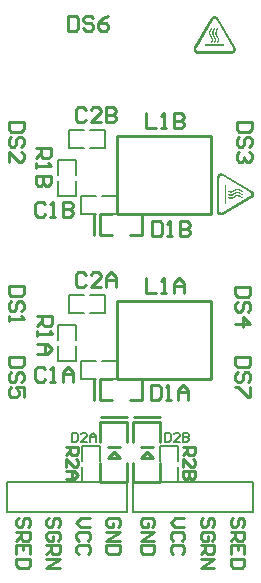
<source format=gto>
G04*
G04 #@! TF.GenerationSoftware,Altium Limited,Altium Designer,20.1.14 (287)*
G04*
G04 Layer_Color=65535*
%FSLAX25Y25*%
%MOIN*%
G70*
G04*
G04 #@! TF.SameCoordinates,21C75208-3808-4449-9246-B6B9823AEBA8*
G04*
G04*
G04 #@! TF.FilePolarity,Positive*
G04*
G01*
G75*
%ADD10C,0.00787*%
%ADD11C,0.00800*%
%ADD12C,0.01000*%
G36*
X288305Y302811D02*
X288435Y302773D01*
X288583Y302736D01*
X288750Y302662D01*
X288898Y302570D01*
X289064Y302440D01*
X289083Y302422D01*
X289120Y302385D01*
X289212Y302292D01*
X289231Y302274D01*
X289249Y302237D01*
X289323Y302126D01*
X294914Y292445D01*
X294932Y292426D01*
X294951Y292371D01*
X294988Y292260D01*
X295043Y292130D01*
X295080Y291982D01*
X295099Y291797D01*
Y291612D01*
X295080Y291408D01*
Y291390D01*
X295062Y291353D01*
X295043Y291279D01*
X295024Y291205D01*
Y291186D01*
X295006Y291149D01*
X294969Y291094D01*
X294932Y291001D01*
X294914D01*
X294895Y290983D01*
X294858Y290927D01*
X294802Y290835D01*
X294710Y290742D01*
X294599Y290631D01*
X294469Y290520D01*
X294303Y290427D01*
X294118Y290353D01*
X294099D01*
X294043Y290335D01*
X293969Y290316D01*
X293895D01*
X293877Y290298D01*
X293803D01*
X293710Y290279D01*
X282438D01*
X282327Y290298D01*
X282197Y290335D01*
X282031Y290372D01*
X281864Y290446D01*
X281697Y290538D01*
X281531Y290668D01*
X281512Y290686D01*
X281475Y290723D01*
X281383Y290816D01*
X281364Y290835D01*
X281346Y290872D01*
X281272Y291001D01*
X281253Y291020D01*
X281235Y291075D01*
X281198Y291168D01*
X281142Y291297D01*
X281105Y291445D01*
X281086Y291612D01*
Y291797D01*
X281105Y292001D01*
Y292019D01*
X281123Y292075D01*
X281142Y292149D01*
X281161Y292204D01*
Y292223D01*
X281179Y292260D01*
X281216Y292315D01*
X281253Y292389D01*
Y292408D01*
Y292426D01*
X281272D01*
X286843Y302089D01*
Y302107D01*
X286880Y302144D01*
X286954Y302255D01*
X287102Y302422D01*
X287269Y302570D01*
X287306Y302588D01*
X287380Y302625D01*
X287398Y302644D01*
X287435Y302662D01*
X287509Y302699D01*
X287583Y302736D01*
X287695Y302773D01*
X287824Y302792D01*
X287954Y302829D01*
X288194D01*
X288305Y302811D01*
D02*
G37*
G36*
X290501Y250395D02*
X290519D01*
X290575Y250376D01*
X290649Y250358D01*
X290704Y250339D01*
X290723D01*
X290760Y250321D01*
X290815Y250284D01*
X290889Y250247D01*
X290908D01*
X290927D01*
Y250228D01*
X300589Y244657D01*
X300607D01*
X300644Y244620D01*
X300755Y244546D01*
X300922Y244398D01*
X301070Y244231D01*
X301088Y244194D01*
X301126Y244120D01*
X301144Y244102D01*
X301163Y244064D01*
X301200Y243990D01*
X301237Y243916D01*
X301273Y243805D01*
X301292Y243676D01*
X301329Y243546D01*
Y243306D01*
X301311Y243195D01*
X301273Y243065D01*
X301237Y242917D01*
X301163Y242750D01*
X301070Y242602D01*
X300940Y242436D01*
X300922Y242417D01*
X300885Y242380D01*
X300792Y242287D01*
X300774Y242269D01*
X300737Y242250D01*
X300626Y242177D01*
X290945Y236586D01*
X290927Y236568D01*
X290871Y236549D01*
X290760Y236512D01*
X290630Y236457D01*
X290482Y236420D01*
X290297Y236401D01*
X290112D01*
X289908Y236420D01*
X289890D01*
X289853Y236438D01*
X289779Y236457D01*
X289705Y236475D01*
X289686D01*
X289649Y236494D01*
X289594Y236531D01*
X289501Y236568D01*
Y236586D01*
X289483Y236605D01*
X289427Y236642D01*
X289335Y236698D01*
X289242Y236790D01*
X289131Y236901D01*
X289020Y237031D01*
X288927Y237197D01*
X288853Y237382D01*
Y237401D01*
X288835Y237456D01*
X288816Y237530D01*
Y237604D01*
X288798Y237623D01*
Y237697D01*
X288779Y237790D01*
Y249062D01*
X288798Y249173D01*
X288835Y249303D01*
X288872Y249469D01*
X288946Y249636D01*
X289038Y249803D01*
X289168Y249969D01*
X289187Y249988D01*
X289224Y250025D01*
X289316Y250117D01*
X289335Y250136D01*
X289372Y250154D01*
X289501Y250228D01*
X289520Y250247D01*
X289575Y250265D01*
X289668Y250302D01*
X289797Y250358D01*
X289945Y250395D01*
X290112Y250413D01*
X290297D01*
X290501Y250395D01*
D02*
G37*
%LPC*%
G36*
X288102Y301885D02*
X288065D01*
X287972Y301867D01*
X287843Y301848D01*
X287695Y301774D01*
X287676Y301755D01*
X287658Y301737D01*
X287639D01*
X287621Y301718D01*
X287565Y301663D01*
X287491Y301589D01*
X287417Y301478D01*
X282105Y292297D01*
Y292278D01*
Y292260D01*
X282086Y292241D01*
X282067Y292167D01*
X282049Y292149D01*
X282031Y292056D01*
Y292038D01*
Y292001D01*
X282012Y291945D01*
Y291871D01*
X282031Y291705D01*
X282105Y291519D01*
X282123D01*
X282142Y291482D01*
X282179Y291427D01*
X282197Y291408D01*
X282253Y291334D01*
X282271D01*
X282290Y291297D01*
X282401Y291242D01*
X282567Y291168D01*
X282678Y291149D01*
X282789Y291131D01*
X293414D01*
Y291149D01*
X293544D01*
X293581Y291168D01*
X293655D01*
X293692Y291186D01*
X293803Y291242D01*
X293933Y291353D01*
X294080Y291519D01*
X294099Y291556D01*
X294136Y291631D01*
X294155Y291760D01*
X294173Y291908D01*
Y291927D01*
Y291982D01*
Y292019D01*
X294155Y292093D01*
X294118Y292186D01*
X294062Y292297D01*
Y292315D01*
X288768Y301496D01*
X288750D01*
X288731Y301515D01*
X288694Y301589D01*
Y301607D01*
X288657Y301626D01*
X288620Y301663D01*
X288602Y301681D01*
X288583Y301700D01*
X288472Y301774D01*
X288305Y301830D01*
X288213Y301867D01*
X288102D01*
Y301885D01*
D02*
G37*
%LPD*%
G36*
X289323Y298831D02*
X289472Y298646D01*
X289453Y298627D01*
X289398Y298590D01*
X289323Y298535D01*
X289231Y298442D01*
X289212Y298424D01*
X289175Y298368D01*
X289101Y298276D01*
X289027Y298165D01*
X289009Y298128D01*
X288953Y298016D01*
X288879Y297850D01*
X288805Y297646D01*
X288750Y297387D01*
X288731Y297110D01*
X288787Y296795D01*
X288824Y296647D01*
X288898Y296480D01*
X288916Y296462D01*
X288953Y296388D01*
X289027Y296276D01*
X289138Y296110D01*
X289157Y296073D01*
X289231Y295980D01*
X289305Y295851D01*
X289398Y295703D01*
X289416Y295666D01*
X289472Y295555D01*
X289509Y295388D01*
X289546Y295147D01*
Y295129D01*
Y295092D01*
Y294962D01*
Y294944D01*
Y294888D01*
Y294814D01*
X289527Y294759D01*
Y294722D01*
X289509Y294648D01*
X289472Y294518D01*
X289435Y294370D01*
X289360Y294222D01*
X289268Y294074D01*
X289157Y293963D01*
X289009Y293889D01*
X288879Y294277D01*
X288916Y294296D01*
X288935Y294314D01*
X288972Y294370D01*
X289009Y294426D01*
X289064Y294537D01*
X289101Y294648D01*
X289138Y294814D01*
Y294833D01*
Y294870D01*
Y294925D01*
Y294962D01*
Y294981D01*
Y295018D01*
Y295073D01*
Y295110D01*
Y295129D01*
X289120Y295166D01*
Y295240D01*
X289083Y295333D01*
X289046Y295444D01*
X288990Y295573D01*
X288898Y295703D01*
X288805Y295851D01*
Y295869D01*
X288768Y295888D01*
X288694Y295999D01*
X288602Y296147D01*
X288527Y296295D01*
X288509Y296314D01*
X288491Y296388D01*
X288435Y296499D01*
X288398Y296647D01*
X288361Y296813D01*
X288324Y296998D01*
X288305Y297202D01*
X288324Y297406D01*
Y297424D01*
X288342Y297498D01*
X288361Y297609D01*
X288398Y297739D01*
X288454Y297887D01*
X288509Y298054D01*
X288602Y298239D01*
X288694Y298405D01*
X288713Y298442D01*
X288768Y298516D01*
X288842Y298609D01*
X288935Y298720D01*
X288953Y298738D01*
X289027Y298794D01*
X289120Y298886D01*
X289231Y298979D01*
X289323Y298831D01*
D02*
G37*
G36*
X288305D02*
X288435Y298646D01*
X288417Y298627D01*
X288361Y298590D01*
X288287Y298516D01*
X288194Y298442D01*
X288176Y298424D01*
X288139Y298368D01*
X288083Y298276D01*
X288009Y298165D01*
X287991Y298128D01*
X287935Y298016D01*
X287861Y297850D01*
X287787Y297646D01*
X287732Y297387D01*
X287713Y297110D01*
X287769Y296795D01*
X287806Y296647D01*
X287880Y296480D01*
X287898Y296462D01*
X287935Y296388D01*
X288009Y296258D01*
X288120Y296110D01*
X288139Y296073D01*
X288194Y295980D01*
X288268Y295851D01*
X288361Y295703D01*
X288380Y295666D01*
X288435Y295555D01*
X288491Y295388D01*
X288527Y295147D01*
Y295129D01*
Y295110D01*
Y295055D01*
Y294962D01*
Y294944D01*
Y294888D01*
X288509Y294814D01*
Y294759D01*
Y294722D01*
X288491Y294648D01*
X288454Y294518D01*
X288398Y294370D01*
X288324Y294222D01*
X288231Y294074D01*
X288120Y293963D01*
X287972Y293889D01*
X287843Y294277D01*
X287880Y294296D01*
X287898Y294314D01*
X287954Y294370D01*
X287991Y294426D01*
X288028Y294537D01*
X288065Y294648D01*
X288102Y294814D01*
Y294833D01*
Y294870D01*
Y294962D01*
Y294981D01*
Y295018D01*
Y295110D01*
Y295129D01*
Y295166D01*
X288083Y295240D01*
X288065Y295333D01*
X288009Y295444D01*
X287954Y295573D01*
X287880Y295703D01*
X287787Y295851D01*
Y295869D01*
X287750Y295906D01*
X287676Y296017D01*
X287583Y296165D01*
X287509Y296295D01*
X287491Y296314D01*
X287473Y296388D01*
X287417Y296499D01*
X287380Y296647D01*
X287324Y296813D01*
X287287Y296998D01*
X287269Y297202D01*
X287287Y297406D01*
Y297424D01*
X287306Y297498D01*
X287324Y297609D01*
X287361Y297739D01*
X287417Y297887D01*
X287491Y298054D01*
X287658Y298405D01*
X287676Y298442D01*
X287732Y298516D01*
X287806Y298609D01*
X287898Y298720D01*
X287917Y298738D01*
X287991Y298812D01*
X288083Y298886D01*
X288194Y298979D01*
X288305Y298831D01*
D02*
G37*
G36*
X287269D02*
X287417Y298646D01*
X287398D01*
X287380Y298627D01*
X287324Y298590D01*
X287250Y298516D01*
X287176Y298442D01*
X287158Y298424D01*
X287102Y298368D01*
X287047Y298276D01*
X286973Y298165D01*
X286954Y298128D01*
X286899Y298016D01*
X286825Y297850D01*
X286751Y297646D01*
X286695Y297387D01*
X286677Y297110D01*
X286732Y296795D01*
X286769Y296647D01*
X286843Y296480D01*
X286862Y296462D01*
X286899Y296388D01*
X286973Y296276D01*
X287084Y296110D01*
X287102Y296073D01*
X287158Y295980D01*
X287232Y295851D01*
X287324Y295703D01*
X287343Y295666D01*
X287398Y295555D01*
X287454Y295388D01*
X287491Y295147D01*
Y295129D01*
Y295073D01*
Y295018D01*
Y294962D01*
Y294944D01*
Y294888D01*
Y294814D01*
X287473Y294759D01*
Y294722D01*
X287454Y294648D01*
X287417Y294518D01*
X287361Y294370D01*
X287287Y294222D01*
X287195Y294074D01*
X287084Y293963D01*
X286936Y293889D01*
X286806Y294277D01*
X286843Y294296D01*
X286862Y294314D01*
X286917Y294370D01*
X286954Y294426D01*
X286991Y294537D01*
X287028Y294648D01*
X287065Y294814D01*
Y294833D01*
X287084Y294870D01*
Y294962D01*
Y294981D01*
Y294999D01*
Y295110D01*
Y295129D01*
X287065Y295166D01*
Y295240D01*
X287028Y295333D01*
X286991Y295444D01*
X286936Y295573D01*
X286843Y295703D01*
X286751Y295851D01*
Y295869D01*
X286714Y295888D01*
X286639Y295999D01*
X286547Y296147D01*
X286473Y296295D01*
X286454Y296314D01*
X286436Y296388D01*
X286380Y296499D01*
X286343Y296647D01*
X286306Y296813D01*
X286269Y296998D01*
X286251Y297202D01*
X286269Y297406D01*
Y297424D01*
X286288Y297498D01*
X286306Y297609D01*
X286343Y297739D01*
X286380Y297887D01*
X286454Y298054D01*
X286528Y298239D01*
X286621Y298405D01*
X286639Y298442D01*
X286695Y298516D01*
X286769Y298609D01*
X286862Y298720D01*
X286899Y298757D01*
X286954Y298812D01*
X287065Y298905D01*
X287158Y298979D01*
X287269Y298831D01*
D02*
G37*
G36*
X291193Y292889D02*
X284992D01*
Y293408D01*
X291193D01*
Y292889D01*
D02*
G37*
%LPC*%
G36*
X290445Y249488D02*
X290371D01*
X290205Y249469D01*
X290019Y249395D01*
Y249377D01*
X289982Y249358D01*
X289927Y249321D01*
X289908Y249303D01*
X289834Y249247D01*
Y249229D01*
X289797Y249210D01*
X289742Y249099D01*
X289668Y248933D01*
X289649Y248822D01*
X289631Y248710D01*
Y238086D01*
X289649D01*
Y237956D01*
X289668Y237919D01*
Y237845D01*
X289686Y237808D01*
X289742Y237697D01*
X289853Y237567D01*
X290019Y237419D01*
X290056Y237401D01*
X290130Y237364D01*
X290260Y237345D01*
X290408Y237327D01*
X290427D01*
X290482D01*
X290519D01*
X290593Y237345D01*
X290686Y237382D01*
X290797Y237438D01*
X290815D01*
X299996Y242732D01*
Y242750D01*
X300015Y242769D01*
X300089Y242806D01*
X300107D01*
X300126Y242843D01*
X300163Y242880D01*
X300181Y242898D01*
X300200Y242917D01*
X300274Y243028D01*
X300329Y243195D01*
X300367Y243287D01*
Y243398D01*
X300385D01*
Y243435D01*
X300367Y243528D01*
X300348Y243657D01*
X300274Y243805D01*
X300255Y243824D01*
X300237Y243842D01*
Y243861D01*
X300219Y243879D01*
X300163Y243935D01*
X300089Y244009D01*
X299978Y244083D01*
X290797Y249395D01*
X290778D01*
X290760D01*
X290741Y249414D01*
X290667Y249432D01*
X290649Y249451D01*
X290556Y249469D01*
X290538D01*
X290501D01*
X290445Y249488D01*
D02*
G37*
%LPD*%
G36*
X295906Y245231D02*
X295924D01*
X295998Y245212D01*
X296109Y245194D01*
X296239Y245157D01*
X296387Y245120D01*
X296553Y245045D01*
X296739Y244971D01*
X296905Y244879D01*
X296942Y244860D01*
X297016Y244805D01*
X297109Y244731D01*
X297220Y244638D01*
X297257Y244601D01*
X297312Y244546D01*
X297405Y244435D01*
X297479Y244342D01*
X297331Y244231D01*
X297146Y244083D01*
Y244102D01*
X297127Y244120D01*
X297090Y244176D01*
X297016Y244250D01*
X296942Y244324D01*
X296924Y244342D01*
X296868Y244398D01*
X296776Y244453D01*
X296665Y244527D01*
X296627Y244546D01*
X296516Y244601D01*
X296350Y244675D01*
X296146Y244749D01*
X295887Y244805D01*
X295609Y244823D01*
X295295Y244768D01*
X295147Y244731D01*
X294980Y244657D01*
X294962Y244638D01*
X294888Y244601D01*
X294777Y244527D01*
X294610Y244416D01*
X294573Y244398D01*
X294480Y244342D01*
X294351Y244268D01*
X294203Y244176D01*
X294166Y244157D01*
X294055Y244102D01*
X293888Y244046D01*
X293647Y244009D01*
X293629D01*
X293573D01*
X293518D01*
X293462D01*
X293444D01*
X293388D01*
X293314D01*
X293259Y244027D01*
X293222D01*
X293148Y244046D01*
X293018Y244083D01*
X292870Y244139D01*
X292722Y244213D01*
X292574Y244305D01*
X292463Y244416D01*
X292389Y244564D01*
X292777Y244694D01*
X292796Y244657D01*
X292814Y244638D01*
X292870Y244583D01*
X292926Y244546D01*
X293037Y244509D01*
X293148Y244472D01*
X293314Y244435D01*
X293333D01*
X293370Y244416D01*
X293462D01*
X293481D01*
X293499D01*
X293610D01*
X293629D01*
X293666Y244435D01*
X293740D01*
X293832Y244472D01*
X293944Y244509D01*
X294073Y244564D01*
X294203Y244657D01*
X294351Y244749D01*
X294369D01*
X294388Y244786D01*
X294499Y244860D01*
X294647Y244953D01*
X294795Y245027D01*
X294813Y245045D01*
X294888Y245064D01*
X294999Y245120D01*
X295147Y245157D01*
X295313Y245194D01*
X295498Y245231D01*
X295702Y245249D01*
X295906Y245231D01*
D02*
G37*
G36*
Y244213D02*
X295924D01*
X295998Y244194D01*
X296109Y244176D01*
X296239Y244139D01*
X296387Y244083D01*
X296553Y244009D01*
X296905Y243842D01*
X296942Y243824D01*
X297016Y243768D01*
X297109Y243694D01*
X297220Y243602D01*
X297238Y243583D01*
X297312Y243509D01*
X297386Y243417D01*
X297479Y243306D01*
X297331Y243195D01*
X297146Y243065D01*
X297127Y243084D01*
X297090Y243139D01*
X297016Y243213D01*
X296942Y243306D01*
X296924Y243324D01*
X296868Y243361D01*
X296776Y243417D01*
X296665Y243491D01*
X296627Y243509D01*
X296516Y243565D01*
X296350Y243639D01*
X296146Y243713D01*
X295887Y243768D01*
X295609Y243787D01*
X295295Y243731D01*
X295147Y243694D01*
X294980Y243620D01*
X294962Y243602D01*
X294888Y243565D01*
X294758Y243491D01*
X294610Y243380D01*
X294573Y243361D01*
X294480Y243306D01*
X294351Y243232D01*
X294203Y243139D01*
X294166Y243121D01*
X294055Y243065D01*
X293888Y243009D01*
X293647Y242972D01*
X293629D01*
X293610D01*
X293555D01*
X293462D01*
X293444D01*
X293388D01*
X293314Y242991D01*
X293259D01*
X293222D01*
X293148Y243009D01*
X293018Y243046D01*
X292870Y243102D01*
X292722Y243176D01*
X292574Y243269D01*
X292463Y243380D01*
X292389Y243528D01*
X292777Y243657D01*
X292796Y243620D01*
X292814Y243602D01*
X292870Y243546D01*
X292926Y243509D01*
X293037Y243472D01*
X293148Y243435D01*
X293314Y243398D01*
X293333D01*
X293370D01*
X293462D01*
X293481D01*
X293518D01*
X293610D01*
X293629D01*
X293666D01*
X293740Y243417D01*
X293832Y243435D01*
X293944Y243491D01*
X294073Y243546D01*
X294203Y243620D01*
X294351Y243713D01*
X294369D01*
X294406Y243750D01*
X294517Y243824D01*
X294666Y243916D01*
X294795Y243990D01*
X294813Y244009D01*
X294888Y244027D01*
X294999Y244083D01*
X295147Y244120D01*
X295313Y244176D01*
X295498Y244213D01*
X295702Y244231D01*
X295906Y244213D01*
D02*
G37*
G36*
Y243176D02*
X295924D01*
X295998Y243158D01*
X296109Y243139D01*
X296239Y243102D01*
X296387Y243046D01*
X296553Y242991D01*
X296739Y242898D01*
X296905Y242806D01*
X296942Y242787D01*
X297016Y242732D01*
X297109Y242658D01*
X297220Y242565D01*
X297238Y242547D01*
X297294Y242473D01*
X297386Y242380D01*
X297479Y242269D01*
X297331Y242177D01*
X297146Y242028D01*
X297127Y242047D01*
X297090Y242102D01*
X297035Y242177D01*
X296942Y242269D01*
X296924Y242287D01*
X296868Y242325D01*
X296776Y242399D01*
X296665Y242473D01*
X296627Y242491D01*
X296516Y242547D01*
X296350Y242621D01*
X296146Y242695D01*
X295887Y242750D01*
X295609Y242769D01*
X295295Y242713D01*
X295147Y242676D01*
X294980Y242602D01*
X294962Y242584D01*
X294888Y242547D01*
X294777Y242473D01*
X294610Y242362D01*
X294573Y242343D01*
X294480Y242269D01*
X294351Y242195D01*
X294203Y242102D01*
X294166Y242084D01*
X294055Y242028D01*
X293888Y241991D01*
X293647Y241954D01*
X293629D01*
X293592D01*
X293462D01*
X293444D01*
X293388D01*
X293314D01*
X293259Y241973D01*
X293222D01*
X293148Y241991D01*
X293018Y242028D01*
X292870Y242065D01*
X292722Y242140D01*
X292574Y242232D01*
X292463Y242343D01*
X292389Y242491D01*
X292777Y242621D01*
X292796Y242584D01*
X292814Y242565D01*
X292870Y242528D01*
X292926Y242491D01*
X293037Y242436D01*
X293148Y242399D01*
X293314Y242362D01*
X293333D01*
X293370D01*
X293425D01*
X293462D01*
X293481D01*
X293518D01*
X293573D01*
X293610D01*
X293629D01*
X293666Y242380D01*
X293740D01*
X293832Y242417D01*
X293944Y242454D01*
X294073Y242510D01*
X294203Y242602D01*
X294351Y242695D01*
X294369D01*
X294388Y242732D01*
X294499Y242806D01*
X294647Y242898D01*
X294795Y242972D01*
X294813Y242991D01*
X294888Y243009D01*
X294999Y243065D01*
X295147Y243102D01*
X295313Y243139D01*
X295498Y243176D01*
X295702Y243195D01*
X295906Y243176D01*
D02*
G37*
G36*
X291908Y240307D02*
X291389D01*
Y246508D01*
X291908D01*
Y240307D01*
D02*
G37*
D10*
X259000Y137500D02*
Y147500D01*
X219000Y137500D02*
X259000D01*
X219000Y147500D02*
X259000D01*
X219000Y137500D02*
Y147500D01*
X261000Y137500D02*
Y147500D01*
X301000D01*
X261000Y137500D02*
X301000D01*
Y147500D01*
D11*
X276000Y154500D02*
Y159500D01*
Y147500D02*
Y152500D01*
X270000Y154500D02*
Y159500D01*
Y147500D02*
Y152500D01*
Y159500D02*
X276000D01*
X270000Y147500D02*
X276000D01*
X244000D02*
X250000D01*
X244000Y159500D02*
X250000D01*
X244000Y147500D02*
Y152500D01*
Y154500D02*
Y159500D01*
X250000Y147500D02*
Y152500D01*
Y154500D02*
Y159500D01*
X243500Y243000D02*
X248500D01*
X250500D02*
X255500D01*
X243500Y237000D02*
X248500D01*
X250500D02*
X255500D01*
X243500D02*
Y243000D01*
X255500Y237000D02*
Y243000D01*
Y182000D02*
Y188000D01*
X243500Y182000D02*
Y188000D01*
X250500Y182000D02*
X255500D01*
X243500D02*
X248500D01*
X250500Y188000D02*
X255500D01*
X243500D02*
X248500D01*
X246500Y204000D02*
X251500D01*
X239500D02*
X244500D01*
X246500Y210000D02*
X251500D01*
X239500D02*
X244500D01*
X251500Y204000D02*
Y210000D01*
X239500Y204000D02*
Y210000D01*
X236000Y188000D02*
X242000D01*
X236000Y200000D02*
X242000D01*
X236000Y188000D02*
Y193000D01*
Y195000D02*
Y200000D01*
X242000Y188000D02*
Y193000D01*
Y195000D02*
Y200000D01*
X246500Y259000D02*
X251500D01*
X239500D02*
X244500D01*
X246500Y265000D02*
X251500D01*
X239500D02*
X244500D01*
X251500Y259000D02*
Y265000D01*
X239500Y259000D02*
Y265000D01*
X242000Y250000D02*
Y255000D01*
Y243000D02*
Y248000D01*
X236000Y250000D02*
Y255000D01*
Y243000D02*
Y248000D01*
Y255000D02*
X242000D01*
X236000Y243000D02*
X242000D01*
X271501Y163999D02*
Y161001D01*
X273001D01*
X273501Y161500D01*
Y163500D01*
X273001Y163999D01*
X271501D01*
X276500Y161001D02*
X274500D01*
X276500Y163000D01*
Y163500D01*
X276000Y163999D01*
X275000D01*
X274500Y163500D01*
X277499Y163999D02*
Y161001D01*
X278999D01*
X279499Y161500D01*
Y162000D01*
X278999Y162500D01*
X277499D01*
X278999D01*
X279499Y163000D01*
Y163500D01*
X278999Y163999D01*
X277499D01*
X240501D02*
Y161001D01*
X242001D01*
X242501Y161500D01*
Y163500D01*
X242001Y163999D01*
X240501D01*
X245500Y161001D02*
X243500D01*
X245500Y163000D01*
Y163500D01*
X245000Y163999D01*
X244000D01*
X243500Y163500D01*
X246499Y161001D02*
Y163000D01*
X247499Y163999D01*
X248499Y163000D01*
Y161001D01*
Y162500D01*
X246499D01*
D12*
X250169Y169311D02*
X258831D01*
X250000Y147500D02*
X259000D01*
X250000D02*
Y154000D01*
X254467Y157597D02*
X256435Y155629D01*
X252498D02*
X256435D01*
X252498D02*
X254467Y157597D01*
X252532Y159075D02*
X256469D01*
X259000Y147500D02*
Y154000D01*
Y161000D02*
Y167500D01*
X250000D02*
X259000D01*
X250000Y161000D02*
Y167500D01*
X261169Y169311D02*
X269831D01*
X261000Y147500D02*
X270000D01*
X261000D02*
Y154000D01*
X265467Y157597D02*
X267435Y155629D01*
X263498D02*
X267435D01*
X263498D02*
X265467Y157597D01*
X263531Y159075D02*
X267469D01*
X270000Y147500D02*
Y154000D01*
Y161000D02*
Y167500D01*
X261000D02*
X270000D01*
X261000Y161000D02*
Y167500D01*
X255500Y237000D02*
X287000D01*
Y263000D01*
X255500D02*
X287000D01*
X255500Y237000D02*
Y263000D01*
X248000Y175000D02*
Y182000D01*
X250000Y175000D02*
X254000D01*
X250000Y182000D02*
X254000D01*
X250000Y175000D02*
Y182000D01*
X260000Y175000D02*
X264000D01*
Y182000D01*
X260000D02*
X264000D01*
X255500D02*
Y208000D01*
X287000D01*
Y182000D02*
Y208000D01*
X255500Y182000D02*
X287000D01*
X260000Y237000D02*
X264000D01*
Y230000D02*
Y237000D01*
X260000Y230000D02*
X264000D01*
X250000D02*
Y237000D01*
X254000D01*
X250000Y230000D02*
X254000D01*
X248000D02*
Y237000D01*
X277998Y135500D02*
X274999D01*
X273500Y134001D01*
X274999Y132501D01*
X277998D01*
X277249Y128002D02*
X277998Y128752D01*
Y130252D01*
X277249Y131001D01*
X274250D01*
X273500Y130252D01*
Y128752D01*
X274250Y128002D01*
X277249Y123504D02*
X277998Y124254D01*
Y125753D01*
X277249Y126503D01*
X274250D01*
X273500Y125753D01*
Y124254D01*
X274250Y123504D01*
X267249Y132501D02*
X267999Y133251D01*
Y134750D01*
X267249Y135500D01*
X264250D01*
X263500Y134750D01*
Y133251D01*
X264250Y132501D01*
X265749D01*
Y134001D01*
X263500Y131001D02*
X267999D01*
X263500Y128002D01*
X267999D01*
Y126503D02*
X263500D01*
Y124254D01*
X264250Y123504D01*
X267249D01*
X267999Y124254D01*
Y126503D01*
X255749Y132501D02*
X256499Y133251D01*
Y134750D01*
X255749Y135500D01*
X252750D01*
X252000Y134750D01*
Y133251D01*
X252750Y132501D01*
X254249D01*
Y134001D01*
X252000Y131001D02*
X256499D01*
X252000Y128002D01*
X256499D01*
Y126503D02*
X252000D01*
Y124254D01*
X252750Y123504D01*
X255749D01*
X256499Y124254D01*
Y126503D01*
X246498Y135500D02*
X243499D01*
X242000Y134001D01*
X243499Y132501D01*
X246498D01*
X245749Y128002D02*
X246498Y128752D01*
Y130252D01*
X245749Y131001D01*
X242750D01*
X242000Y130252D01*
Y128752D01*
X242750Y128002D01*
X245749Y123504D02*
X246498Y124254D01*
Y125753D01*
X245749Y126503D01*
X242750D01*
X242000Y125753D01*
Y124254D01*
X242750Y123504D01*
X297249Y132501D02*
X297998Y133251D01*
Y134750D01*
X297249Y135500D01*
X296499D01*
X295749Y134750D01*
Y133251D01*
X295000Y132501D01*
X294250D01*
X293500Y133251D01*
Y134750D01*
X294250Y135500D01*
X293500Y131001D02*
X297998D01*
Y128752D01*
X297249Y128002D01*
X295749D01*
X295000Y128752D01*
Y131001D01*
Y129502D02*
X293500Y128002D01*
X297998Y123504D02*
Y126503D01*
X293500D01*
Y123504D01*
X295749Y126503D02*
Y125003D01*
X297998Y122004D02*
X293500D01*
Y119755D01*
X294250Y119005D01*
X297249D01*
X297998Y119755D01*
Y122004D01*
X287249Y132501D02*
X287999Y133251D01*
Y134750D01*
X287249Y135500D01*
X286499D01*
X285749Y134750D01*
Y133251D01*
X284999Y132501D01*
X284250D01*
X283500Y133251D01*
Y134750D01*
X284250Y135500D01*
X287249Y128002D02*
X287999Y128752D01*
Y130252D01*
X287249Y131001D01*
X284250D01*
X283500Y130252D01*
Y128752D01*
X284250Y128002D01*
X285749D01*
Y129502D01*
X283500Y126503D02*
X287999D01*
Y124254D01*
X287249Y123504D01*
X285749D01*
X284999Y124254D01*
Y126503D01*
Y125003D02*
X283500Y123504D01*
Y122004D02*
X287999D01*
X283500Y119005D01*
X287999D01*
X235749Y132501D02*
X236498Y133251D01*
Y134750D01*
X235749Y135500D01*
X234999D01*
X234249Y134750D01*
Y133251D01*
X233500Y132501D01*
X232750D01*
X232000Y133251D01*
Y134750D01*
X232750Y135500D01*
X235749Y128002D02*
X236498Y128752D01*
Y130252D01*
X235749Y131001D01*
X232750D01*
X232000Y130252D01*
Y128752D01*
X232750Y128002D01*
X234249D01*
Y129502D01*
X232000Y126503D02*
X236498D01*
Y124254D01*
X235749Y123504D01*
X234249D01*
X233500Y124254D01*
Y126503D01*
Y125003D02*
X232000Y123504D01*
Y122004D02*
X236498D01*
X232000Y119005D01*
X236498D01*
X225749Y132501D02*
X226499Y133251D01*
Y134750D01*
X225749Y135500D01*
X224999D01*
X224249Y134750D01*
Y133251D01*
X223499Y132501D01*
X222750D01*
X222000Y133251D01*
Y134750D01*
X222750Y135500D01*
X222000Y131001D02*
X226499D01*
Y128752D01*
X225749Y128002D01*
X224249D01*
X223499Y128752D01*
Y131001D01*
Y129502D02*
X222000Y128002D01*
X226499Y123504D02*
Y126503D01*
X222000D01*
Y123504D01*
X224249Y126503D02*
Y125003D01*
X226499Y122004D02*
X222000D01*
Y119755D01*
X222750Y119005D01*
X225749D01*
X226499Y119755D01*
Y122004D01*
X299999Y189164D02*
X295001D01*
Y186665D01*
X295834Y185832D01*
X299166D01*
X299999Y186665D01*
Y189164D01*
X299166Y180834D02*
X299999Y181667D01*
Y183333D01*
X299166Y184166D01*
X298333D01*
X297500Y183333D01*
Y181667D01*
X296667Y180834D01*
X295834D01*
X295001Y181667D01*
Y183333D01*
X295834Y184166D01*
X299999Y179168D02*
Y175836D01*
X299166D01*
X295834Y179168D01*
X295001D01*
X239335Y302999D02*
Y298001D01*
X241835D01*
X242668Y298834D01*
Y302166D01*
X241835Y302999D01*
X239335D01*
X247666Y302166D02*
X246833Y302999D01*
X245167D01*
X244334Y302166D01*
Y301333D01*
X245167Y300500D01*
X246833D01*
X247666Y299667D01*
Y298834D01*
X246833Y298001D01*
X245167D01*
X244334Y298834D01*
X252664Y302999D02*
X250998Y302166D01*
X249332Y300500D01*
Y298834D01*
X250165Y298001D01*
X251831D01*
X252664Y298834D01*
Y299667D01*
X251831Y300500D01*
X249332D01*
X224499Y189164D02*
X219501D01*
Y186665D01*
X220334Y185832D01*
X223666D01*
X224499Y186665D01*
Y189164D01*
X223666Y180834D02*
X224499Y181667D01*
Y183333D01*
X223666Y184166D01*
X222833D01*
X222000Y183333D01*
Y181667D01*
X221167Y180834D01*
X220334D01*
X219501Y181667D01*
Y183333D01*
X220334Y184166D01*
X224499Y175836D02*
Y179168D01*
X222000D01*
X222833Y177502D01*
Y176669D01*
X222000Y175836D01*
X220334D01*
X219501Y176669D01*
Y178335D01*
X220334Y179168D01*
X299999Y212665D02*
X295001D01*
Y210165D01*
X295834Y209332D01*
X299166D01*
X299999Y210165D01*
Y212665D01*
X299166Y204334D02*
X299999Y205167D01*
Y206833D01*
X299166Y207666D01*
X298333D01*
X297500Y206833D01*
Y205167D01*
X296667Y204334D01*
X295834D01*
X295001Y205167D01*
Y206833D01*
X295834Y207666D01*
X295001Y200168D02*
X299999D01*
X297500Y202668D01*
Y199336D01*
X300499Y267665D02*
X295501D01*
Y265165D01*
X296334Y264332D01*
X299666D01*
X300499Y265165D01*
Y267665D01*
X299666Y259334D02*
X300499Y260167D01*
Y261833D01*
X299666Y262666D01*
X298833D01*
X298000Y261833D01*
Y260167D01*
X297167Y259334D01*
X296334D01*
X295501Y260167D01*
Y261833D01*
X296334Y262666D01*
X299666Y257668D02*
X300499Y256835D01*
Y255169D01*
X299666Y254335D01*
X298833D01*
X298000Y255169D01*
Y256002D01*
Y255169D01*
X297167Y254335D01*
X296334D01*
X295501Y255169D01*
Y256835D01*
X296334Y257668D01*
X224499Y267665D02*
X219501D01*
Y265165D01*
X220334Y264332D01*
X223666D01*
X224499Y265165D01*
Y267665D01*
X223666Y259334D02*
X224499Y260167D01*
Y261833D01*
X223666Y262666D01*
X222833D01*
X222000Y261833D01*
Y260167D01*
X221167Y259334D01*
X220334D01*
X219501Y260167D01*
Y261833D01*
X220334Y262666D01*
X219501Y254335D02*
Y257668D01*
X222833Y254335D01*
X223666D01*
X224499Y255169D01*
Y256835D01*
X223666Y257668D01*
X224499Y212831D02*
X219501D01*
Y210332D01*
X220334Y209499D01*
X223666D01*
X224499Y210332D01*
Y212831D01*
X223666Y204501D02*
X224499Y205334D01*
Y207000D01*
X223666Y207833D01*
X222833D01*
X222000Y207000D01*
Y205334D01*
X221167Y204501D01*
X220334D01*
X219501Y205334D01*
Y207000D01*
X220334Y207833D01*
X219501Y202835D02*
Y201169D01*
Y202002D01*
X224499D01*
X223666Y202835D01*
X277501Y159332D02*
X281499D01*
Y157332D01*
X280833Y156666D01*
X279500D01*
X278834Y157332D01*
Y159332D01*
Y157999D02*
X277501Y156666D01*
Y152667D02*
Y155333D01*
X280166Y152667D01*
X280833D01*
X281499Y153333D01*
Y154666D01*
X280833Y155333D01*
X281499Y151334D02*
X277501D01*
Y149335D01*
X278167Y148668D01*
X278834D01*
X279500Y149335D01*
Y151334D01*
Y149335D01*
X280166Y148668D01*
X280833D01*
X281499Y149335D01*
Y151334D01*
X231584Y185166D02*
X230751Y185999D01*
X229085D01*
X228252Y185166D01*
Y181834D01*
X229085Y181001D01*
X230751D01*
X231584Y181834D01*
X233250Y181001D02*
X234916D01*
X234084D01*
Y185999D01*
X233250Y185166D01*
X237416Y181001D02*
Y184333D01*
X239082Y185999D01*
X240748Y184333D01*
Y181001D01*
Y183500D01*
X237416D01*
X266752Y179999D02*
Y175001D01*
X269251D01*
X270084Y175834D01*
Y179166D01*
X269251Y179999D01*
X266752D01*
X271750Y175001D02*
X273416D01*
X272584D01*
Y179999D01*
X271750Y179166D01*
X275916Y175001D02*
Y178333D01*
X277582Y179999D01*
X279248Y178333D01*
Y175001D01*
Y177500D01*
X275916D01*
X245168Y216666D02*
X244335Y217499D01*
X242669D01*
X241835Y216666D01*
Y213334D01*
X242669Y212501D01*
X244335D01*
X245168Y213334D01*
X250166Y212501D02*
X246834D01*
X250166Y215833D01*
Y216666D01*
X249333Y217499D01*
X247667D01*
X246834Y216666D01*
X251832Y212501D02*
Y215833D01*
X253498Y217499D01*
X255165Y215833D01*
Y212501D01*
Y215000D01*
X251832D01*
X229001Y202748D02*
X233999D01*
Y200249D01*
X233166Y199416D01*
X231500D01*
X230667Y200249D01*
Y202748D01*
Y201082D02*
X229001Y199416D01*
Y197750D02*
Y196083D01*
Y196916D01*
X233999D01*
X233166Y197750D01*
X229001Y193584D02*
X232333D01*
X233999Y191918D01*
X232333Y190252D01*
X229001D01*
X231500D01*
Y193584D01*
X231584Y240166D02*
X230751Y240999D01*
X229085D01*
X228252Y240166D01*
Y236834D01*
X229085Y236001D01*
X230751D01*
X231584Y236834D01*
X233250Y236001D02*
X234916D01*
X234084D01*
Y240999D01*
X233250Y240166D01*
X237416Y240999D02*
Y236001D01*
X239915D01*
X240748Y236834D01*
Y237667D01*
X239915Y238500D01*
X237416D01*
X239915D01*
X240748Y239333D01*
Y240166D01*
X239915Y240999D01*
X237416D01*
X245168Y271666D02*
X244335Y272499D01*
X242669D01*
X241835Y271666D01*
Y268334D01*
X242669Y267501D01*
X244335D01*
X245168Y268334D01*
X250166Y267501D02*
X246834D01*
X250166Y270833D01*
Y271666D01*
X249333Y272499D01*
X247667D01*
X246834Y271666D01*
X251832Y272499D02*
Y267501D01*
X254331D01*
X255165Y268334D01*
Y269167D01*
X254331Y270000D01*
X251832D01*
X254331D01*
X255165Y270833D01*
Y271666D01*
X254331Y272499D01*
X251832D01*
X228501Y258748D02*
X233499D01*
Y256249D01*
X232666Y255416D01*
X231000D01*
X230167Y256249D01*
Y258748D01*
Y257082D02*
X228501Y255416D01*
Y253750D02*
Y252083D01*
Y252917D01*
X233499D01*
X232666Y253750D01*
X233499Y249584D02*
X228501D01*
Y247085D01*
X229334Y246252D01*
X230167D01*
X231000Y247085D01*
Y249584D01*
Y247085D01*
X231833Y246252D01*
X232666D01*
X233499Y247085D01*
Y249584D01*
X267252Y234499D02*
Y229501D01*
X269751D01*
X270584Y230334D01*
Y233666D01*
X269751Y234499D01*
X267252D01*
X272250Y229501D02*
X273917D01*
X273083D01*
Y234499D01*
X272250Y233666D01*
X276416Y234499D02*
Y229501D01*
X278915D01*
X279748Y230334D01*
Y231167D01*
X278915Y232000D01*
X276416D01*
X278915D01*
X279748Y232833D01*
Y233666D01*
X278915Y234499D01*
X276416D01*
X238501Y159332D02*
X242499D01*
Y157332D01*
X241833Y156666D01*
X240500D01*
X239834Y157332D01*
Y159332D01*
Y157999D02*
X238501Y156666D01*
Y152667D02*
Y155333D01*
X241166Y152667D01*
X241833D01*
X242499Y153333D01*
Y154666D01*
X241833Y155333D01*
X238501Y151334D02*
X241166D01*
X242499Y150001D01*
X241166Y148668D01*
X238501D01*
X240500D01*
Y151334D01*
X265252Y215499D02*
Y210501D01*
X268584D01*
X270250D02*
X271917D01*
X271083D01*
Y215499D01*
X270250Y214666D01*
X274416Y210501D02*
Y213833D01*
X276082Y215499D01*
X277748Y213833D01*
Y210501D01*
Y213000D01*
X274416D01*
X265252Y270499D02*
Y265501D01*
X268584D01*
X270250D02*
X271917D01*
X271083D01*
Y270499D01*
X270250Y269666D01*
X274416Y270499D02*
Y265501D01*
X276915D01*
X277748Y266334D01*
Y267167D01*
X276915Y268000D01*
X274416D01*
X276915D01*
X277748Y268833D01*
Y269666D01*
X276915Y270499D01*
X274416D01*
M02*

</source>
